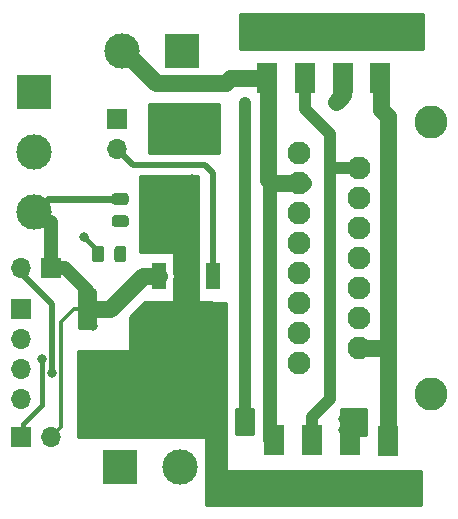
<source format=gbr>
G04 #@! TF.GenerationSoftware,KiCad,Pcbnew,5.1.5-52549c5~86~ubuntu16.04.1*
G04 #@! TF.CreationDate,2020-07-28T14:01:40+05:30*
G04 #@! TF.ProjectId,L298N_Motor_Driver_V1.0,4c323938-4e5f-44d6-9f74-6f725f447269,V1.0*
G04 #@! TF.SameCoordinates,Original*
G04 #@! TF.FileFunction,Copper,L1,Top*
G04 #@! TF.FilePolarity,Positive*
%FSLAX46Y46*%
G04 Gerber Fmt 4.6, Leading zero omitted, Abs format (unit mm)*
G04 Created by KiCad (PCBNEW 5.1.5-52549c5~86~ubuntu16.04.1) date 2020-07-28 14:01:40*
%MOMM*%
%LPD*%
G04 APERTURE LIST*
%ADD10C,1.950000*%
%ADD11C,2.800000*%
%ADD12R,1.700000X2.500000*%
%ADD13C,3.000000*%
%ADD14R,3.000000X3.000000*%
%ADD15R,5.800000X6.400000*%
%ADD16R,1.200000X2.200000*%
%ADD17C,0.100000*%
%ADD18O,1.700000X1.700000*%
%ADD19R,1.700000X1.700000*%
%ADD20C,0.800000*%
%ADD21C,1.000000*%
%ADD22C,0.400000*%
%ADD23C,1.200000*%
%ADD24C,1.400000*%
%ADD25C,0.500000*%
%ADD26C,0.300000*%
%ADD27C,0.600000*%
%ADD28C,0.900000*%
%ADD29C,0.254000*%
G04 APERTURE END LIST*
D10*
X145084800Y-101168200D03*
X150164800Y-99898200D03*
X145084800Y-98628200D03*
X150164800Y-97358200D03*
X145084800Y-96088200D03*
X150164800Y-94818200D03*
X145084800Y-93548200D03*
X150164800Y-92278200D03*
X145084800Y-91008200D03*
X150164800Y-89738200D03*
X145084800Y-88468200D03*
X150164800Y-87198200D03*
X145084800Y-85928200D03*
X150164800Y-84658200D03*
X145084800Y-83388200D03*
D11*
X156231600Y-80803600D03*
X156231600Y-103803600D03*
D12*
X148767800Y-73082400D03*
X148767800Y-77082400D03*
D13*
X130124200Y-74777600D03*
D14*
X135204200Y-74777600D03*
D12*
X149377400Y-107753400D03*
X149377400Y-111753400D03*
X142976600Y-107753400D03*
X142976600Y-111753400D03*
X146202400Y-107753400D03*
X146202400Y-111753400D03*
X151968200Y-73082400D03*
X151968200Y-77082400D03*
X142367000Y-73082400D03*
X142367000Y-77082400D03*
X145567400Y-73101200D03*
X145567400Y-77101200D03*
X152577800Y-107778800D03*
X152577800Y-111778800D03*
D15*
X135483600Y-100118600D03*
D16*
X133203600Y-93818600D03*
X137763600Y-93818600D03*
G04 #@! TA.AperFunction,SMDPad,CuDef*
D17*
G36*
X130426542Y-88693074D02*
G01*
X130450203Y-88696584D01*
X130473407Y-88702396D01*
X130495929Y-88710454D01*
X130517553Y-88720682D01*
X130538070Y-88732979D01*
X130557283Y-88747229D01*
X130575007Y-88763293D01*
X130591071Y-88781017D01*
X130605321Y-88800230D01*
X130617618Y-88820747D01*
X130627846Y-88842371D01*
X130635904Y-88864893D01*
X130641716Y-88888097D01*
X130645226Y-88911758D01*
X130646400Y-88935650D01*
X130646400Y-89423150D01*
X130645226Y-89447042D01*
X130641716Y-89470703D01*
X130635904Y-89493907D01*
X130627846Y-89516429D01*
X130617618Y-89538053D01*
X130605321Y-89558570D01*
X130591071Y-89577783D01*
X130575007Y-89595507D01*
X130557283Y-89611571D01*
X130538070Y-89625821D01*
X130517553Y-89638118D01*
X130495929Y-89648346D01*
X130473407Y-89656404D01*
X130450203Y-89662216D01*
X130426542Y-89665726D01*
X130402650Y-89666900D01*
X129490150Y-89666900D01*
X129466258Y-89665726D01*
X129442597Y-89662216D01*
X129419393Y-89656404D01*
X129396871Y-89648346D01*
X129375247Y-89638118D01*
X129354730Y-89625821D01*
X129335517Y-89611571D01*
X129317793Y-89595507D01*
X129301729Y-89577783D01*
X129287479Y-89558570D01*
X129275182Y-89538053D01*
X129264954Y-89516429D01*
X129256896Y-89493907D01*
X129251084Y-89470703D01*
X129247574Y-89447042D01*
X129246400Y-89423150D01*
X129246400Y-88935650D01*
X129247574Y-88911758D01*
X129251084Y-88888097D01*
X129256896Y-88864893D01*
X129264954Y-88842371D01*
X129275182Y-88820747D01*
X129287479Y-88800230D01*
X129301729Y-88781017D01*
X129317793Y-88763293D01*
X129335517Y-88747229D01*
X129354730Y-88732979D01*
X129375247Y-88720682D01*
X129396871Y-88710454D01*
X129419393Y-88702396D01*
X129442597Y-88696584D01*
X129466258Y-88693074D01*
X129490150Y-88691900D01*
X130402650Y-88691900D01*
X130426542Y-88693074D01*
G37*
G04 #@! TD.AperFunction*
G04 #@! TA.AperFunction,SMDPad,CuDef*
G36*
X130426542Y-86818074D02*
G01*
X130450203Y-86821584D01*
X130473407Y-86827396D01*
X130495929Y-86835454D01*
X130517553Y-86845682D01*
X130538070Y-86857979D01*
X130557283Y-86872229D01*
X130575007Y-86888293D01*
X130591071Y-86906017D01*
X130605321Y-86925230D01*
X130617618Y-86945747D01*
X130627846Y-86967371D01*
X130635904Y-86989893D01*
X130641716Y-87013097D01*
X130645226Y-87036758D01*
X130646400Y-87060650D01*
X130646400Y-87548150D01*
X130645226Y-87572042D01*
X130641716Y-87595703D01*
X130635904Y-87618907D01*
X130627846Y-87641429D01*
X130617618Y-87663053D01*
X130605321Y-87683570D01*
X130591071Y-87702783D01*
X130575007Y-87720507D01*
X130557283Y-87736571D01*
X130538070Y-87750821D01*
X130517553Y-87763118D01*
X130495929Y-87773346D01*
X130473407Y-87781404D01*
X130450203Y-87787216D01*
X130426542Y-87790726D01*
X130402650Y-87791900D01*
X129490150Y-87791900D01*
X129466258Y-87790726D01*
X129442597Y-87787216D01*
X129419393Y-87781404D01*
X129396871Y-87773346D01*
X129375247Y-87763118D01*
X129354730Y-87750821D01*
X129335517Y-87736571D01*
X129317793Y-87720507D01*
X129301729Y-87702783D01*
X129287479Y-87683570D01*
X129275182Y-87663053D01*
X129264954Y-87641429D01*
X129256896Y-87618907D01*
X129251084Y-87595703D01*
X129247574Y-87572042D01*
X129246400Y-87548150D01*
X129246400Y-87060650D01*
X129247574Y-87036758D01*
X129251084Y-87013097D01*
X129256896Y-86989893D01*
X129264954Y-86967371D01*
X129275182Y-86945747D01*
X129287479Y-86925230D01*
X129301729Y-86906017D01*
X129317793Y-86888293D01*
X129335517Y-86872229D01*
X129354730Y-86857979D01*
X129375247Y-86845682D01*
X129396871Y-86835454D01*
X129419393Y-86827396D01*
X129442597Y-86821584D01*
X129466258Y-86818074D01*
X129490150Y-86816900D01*
X130402650Y-86816900D01*
X130426542Y-86818074D01*
G37*
G04 #@! TD.AperFunction*
D18*
X129692400Y-83083400D03*
D19*
X129692400Y-80543400D03*
D13*
X122656600Y-88442800D03*
X122656600Y-83362800D03*
D14*
X122656600Y-78282800D03*
D18*
X124104400Y-107492800D03*
D19*
X121564400Y-107492800D03*
D13*
X135026400Y-109982000D03*
D14*
X129946400Y-109982000D03*
D18*
X121564400Y-93192600D03*
D19*
X124104400Y-93192600D03*
D18*
X121539000Y-104216200D03*
X121539000Y-101676200D03*
X121539000Y-99136200D03*
D19*
X121539000Y-96596200D03*
G04 #@! TA.AperFunction,SMDPad,CuDef*
D17*
G36*
X130214042Y-91274574D02*
G01*
X130237703Y-91278084D01*
X130260907Y-91283896D01*
X130283429Y-91291954D01*
X130305053Y-91302182D01*
X130325570Y-91314479D01*
X130344783Y-91328729D01*
X130362507Y-91344793D01*
X130378571Y-91362517D01*
X130392821Y-91381730D01*
X130405118Y-91402247D01*
X130415346Y-91423871D01*
X130423404Y-91446393D01*
X130429216Y-91469597D01*
X130432726Y-91493258D01*
X130433900Y-91517150D01*
X130433900Y-92429650D01*
X130432726Y-92453542D01*
X130429216Y-92477203D01*
X130423404Y-92500407D01*
X130415346Y-92522929D01*
X130405118Y-92544553D01*
X130392821Y-92565070D01*
X130378571Y-92584283D01*
X130362507Y-92602007D01*
X130344783Y-92618071D01*
X130325570Y-92632321D01*
X130305053Y-92644618D01*
X130283429Y-92654846D01*
X130260907Y-92662904D01*
X130237703Y-92668716D01*
X130214042Y-92672226D01*
X130190150Y-92673400D01*
X129702650Y-92673400D01*
X129678758Y-92672226D01*
X129655097Y-92668716D01*
X129631893Y-92662904D01*
X129609371Y-92654846D01*
X129587747Y-92644618D01*
X129567230Y-92632321D01*
X129548017Y-92618071D01*
X129530293Y-92602007D01*
X129514229Y-92584283D01*
X129499979Y-92565070D01*
X129487682Y-92544553D01*
X129477454Y-92522929D01*
X129469396Y-92500407D01*
X129463584Y-92477203D01*
X129460074Y-92453542D01*
X129458900Y-92429650D01*
X129458900Y-91517150D01*
X129460074Y-91493258D01*
X129463584Y-91469597D01*
X129469396Y-91446393D01*
X129477454Y-91423871D01*
X129487682Y-91402247D01*
X129499979Y-91381730D01*
X129514229Y-91362517D01*
X129530293Y-91344793D01*
X129548017Y-91328729D01*
X129567230Y-91314479D01*
X129587747Y-91302182D01*
X129609371Y-91291954D01*
X129631893Y-91283896D01*
X129655097Y-91278084D01*
X129678758Y-91274574D01*
X129702650Y-91273400D01*
X130190150Y-91273400D01*
X130214042Y-91274574D01*
G37*
G04 #@! TD.AperFunction*
G04 #@! TA.AperFunction,SMDPad,CuDef*
G36*
X128339042Y-91274574D02*
G01*
X128362703Y-91278084D01*
X128385907Y-91283896D01*
X128408429Y-91291954D01*
X128430053Y-91302182D01*
X128450570Y-91314479D01*
X128469783Y-91328729D01*
X128487507Y-91344793D01*
X128503571Y-91362517D01*
X128517821Y-91381730D01*
X128530118Y-91402247D01*
X128540346Y-91423871D01*
X128548404Y-91446393D01*
X128554216Y-91469597D01*
X128557726Y-91493258D01*
X128558900Y-91517150D01*
X128558900Y-92429650D01*
X128557726Y-92453542D01*
X128554216Y-92477203D01*
X128548404Y-92500407D01*
X128540346Y-92522929D01*
X128530118Y-92544553D01*
X128517821Y-92565070D01*
X128503571Y-92584283D01*
X128487507Y-92602007D01*
X128469783Y-92618071D01*
X128450570Y-92632321D01*
X128430053Y-92644618D01*
X128408429Y-92654846D01*
X128385907Y-92662904D01*
X128362703Y-92668716D01*
X128339042Y-92672226D01*
X128315150Y-92673400D01*
X127827650Y-92673400D01*
X127803758Y-92672226D01*
X127780097Y-92668716D01*
X127756893Y-92662904D01*
X127734371Y-92654846D01*
X127712747Y-92644618D01*
X127692230Y-92632321D01*
X127673017Y-92618071D01*
X127655293Y-92602007D01*
X127639229Y-92584283D01*
X127624979Y-92565070D01*
X127612682Y-92544553D01*
X127602454Y-92522929D01*
X127594396Y-92500407D01*
X127588584Y-92477203D01*
X127585074Y-92453542D01*
X127583900Y-92429650D01*
X127583900Y-91517150D01*
X127585074Y-91493258D01*
X127588584Y-91469597D01*
X127594396Y-91446393D01*
X127602454Y-91423871D01*
X127612682Y-91402247D01*
X127624979Y-91381730D01*
X127639229Y-91362517D01*
X127655293Y-91344793D01*
X127673017Y-91328729D01*
X127692230Y-91314479D01*
X127712747Y-91302182D01*
X127734371Y-91291954D01*
X127756893Y-91283896D01*
X127780097Y-91278084D01*
X127803758Y-91274574D01*
X127827650Y-91273400D01*
X128315150Y-91273400D01*
X128339042Y-91274574D01*
G37*
G04 #@! TD.AperFunction*
G04 #@! TA.AperFunction,SMDPad,CuDef*
G36*
X127726904Y-100290604D02*
G01*
X127751173Y-100294204D01*
X127774971Y-100300165D01*
X127798071Y-100308430D01*
X127820249Y-100318920D01*
X127841293Y-100331533D01*
X127860998Y-100346147D01*
X127879177Y-100362623D01*
X127895653Y-100380802D01*
X127910267Y-100400507D01*
X127922880Y-100421551D01*
X127933370Y-100443729D01*
X127941635Y-100466829D01*
X127947596Y-100490627D01*
X127951196Y-100514896D01*
X127952400Y-100539400D01*
X127952400Y-103539400D01*
X127951196Y-103563904D01*
X127947596Y-103588173D01*
X127941635Y-103611971D01*
X127933370Y-103635071D01*
X127922880Y-103657249D01*
X127910267Y-103678293D01*
X127895653Y-103697998D01*
X127879177Y-103716177D01*
X127860998Y-103732653D01*
X127841293Y-103747267D01*
X127820249Y-103759880D01*
X127798071Y-103770370D01*
X127774971Y-103778635D01*
X127751173Y-103784596D01*
X127726904Y-103788196D01*
X127702400Y-103789400D01*
X126602400Y-103789400D01*
X126577896Y-103788196D01*
X126553627Y-103784596D01*
X126529829Y-103778635D01*
X126506729Y-103770370D01*
X126484551Y-103759880D01*
X126463507Y-103747267D01*
X126443802Y-103732653D01*
X126425623Y-103716177D01*
X126409147Y-103697998D01*
X126394533Y-103678293D01*
X126381920Y-103657249D01*
X126371430Y-103635071D01*
X126363165Y-103611971D01*
X126357204Y-103588173D01*
X126353604Y-103563904D01*
X126352400Y-103539400D01*
X126352400Y-100539400D01*
X126353604Y-100514896D01*
X126357204Y-100490627D01*
X126363165Y-100466829D01*
X126371430Y-100443729D01*
X126381920Y-100421551D01*
X126394533Y-100400507D01*
X126409147Y-100380802D01*
X126425623Y-100362623D01*
X126443802Y-100346147D01*
X126463507Y-100331533D01*
X126484551Y-100318920D01*
X126506729Y-100308430D01*
X126529829Y-100300165D01*
X126553627Y-100294204D01*
X126577896Y-100290604D01*
X126602400Y-100289400D01*
X127702400Y-100289400D01*
X127726904Y-100290604D01*
G37*
G04 #@! TD.AperFunction*
G04 #@! TA.AperFunction,SMDPad,CuDef*
G36*
X127726904Y-94890604D02*
G01*
X127751173Y-94894204D01*
X127774971Y-94900165D01*
X127798071Y-94908430D01*
X127820249Y-94918920D01*
X127841293Y-94931533D01*
X127860998Y-94946147D01*
X127879177Y-94962623D01*
X127895653Y-94980802D01*
X127910267Y-95000507D01*
X127922880Y-95021551D01*
X127933370Y-95043729D01*
X127941635Y-95066829D01*
X127947596Y-95090627D01*
X127951196Y-95114896D01*
X127952400Y-95139400D01*
X127952400Y-98139400D01*
X127951196Y-98163904D01*
X127947596Y-98188173D01*
X127941635Y-98211971D01*
X127933370Y-98235071D01*
X127922880Y-98257249D01*
X127910267Y-98278293D01*
X127895653Y-98297998D01*
X127879177Y-98316177D01*
X127860998Y-98332653D01*
X127841293Y-98347267D01*
X127820249Y-98359880D01*
X127798071Y-98370370D01*
X127774971Y-98378635D01*
X127751173Y-98384596D01*
X127726904Y-98388196D01*
X127702400Y-98389400D01*
X126602400Y-98389400D01*
X126577896Y-98388196D01*
X126553627Y-98384596D01*
X126529829Y-98378635D01*
X126506729Y-98370370D01*
X126484551Y-98359880D01*
X126463507Y-98347267D01*
X126443802Y-98332653D01*
X126425623Y-98316177D01*
X126409147Y-98297998D01*
X126394533Y-98278293D01*
X126381920Y-98257249D01*
X126371430Y-98235071D01*
X126363165Y-98211971D01*
X126357204Y-98188173D01*
X126353604Y-98163904D01*
X126352400Y-98139400D01*
X126352400Y-95139400D01*
X126353604Y-95114896D01*
X126357204Y-95090627D01*
X126363165Y-95066829D01*
X126371430Y-95043729D01*
X126381920Y-95021551D01*
X126394533Y-95000507D01*
X126409147Y-94980802D01*
X126425623Y-94962623D01*
X126443802Y-94946147D01*
X126463507Y-94931533D01*
X126484551Y-94918920D01*
X126506729Y-94908430D01*
X126529829Y-94900165D01*
X126553627Y-94894204D01*
X126577896Y-94890604D01*
X126602400Y-94889400D01*
X127702400Y-94889400D01*
X127726904Y-94890604D01*
G37*
G04 #@! TD.AperFunction*
G04 #@! TA.AperFunction,SMDPad,CuDef*
G36*
X136185104Y-85355404D02*
G01*
X136209373Y-85359004D01*
X136233171Y-85364965D01*
X136256271Y-85373230D01*
X136278449Y-85383720D01*
X136299493Y-85396333D01*
X136319198Y-85410947D01*
X136337377Y-85427423D01*
X136353853Y-85445602D01*
X136368467Y-85465307D01*
X136381080Y-85486351D01*
X136391570Y-85508529D01*
X136399835Y-85531629D01*
X136405796Y-85555427D01*
X136409396Y-85579696D01*
X136410600Y-85604200D01*
X136410600Y-88604200D01*
X136409396Y-88628704D01*
X136405796Y-88652973D01*
X136399835Y-88676771D01*
X136391570Y-88699871D01*
X136381080Y-88722049D01*
X136368467Y-88743093D01*
X136353853Y-88762798D01*
X136337377Y-88780977D01*
X136319198Y-88797453D01*
X136299493Y-88812067D01*
X136278449Y-88824680D01*
X136256271Y-88835170D01*
X136233171Y-88843435D01*
X136209373Y-88849396D01*
X136185104Y-88852996D01*
X136160600Y-88854200D01*
X135060600Y-88854200D01*
X135036096Y-88852996D01*
X135011827Y-88849396D01*
X134988029Y-88843435D01*
X134964929Y-88835170D01*
X134942751Y-88824680D01*
X134921707Y-88812067D01*
X134902002Y-88797453D01*
X134883823Y-88780977D01*
X134867347Y-88762798D01*
X134852733Y-88743093D01*
X134840120Y-88722049D01*
X134829630Y-88699871D01*
X134821365Y-88676771D01*
X134815404Y-88652973D01*
X134811804Y-88628704D01*
X134810600Y-88604200D01*
X134810600Y-85604200D01*
X134811804Y-85579696D01*
X134815404Y-85555427D01*
X134821365Y-85531629D01*
X134829630Y-85508529D01*
X134840120Y-85486351D01*
X134852733Y-85465307D01*
X134867347Y-85445602D01*
X134883823Y-85427423D01*
X134902002Y-85410947D01*
X134921707Y-85396333D01*
X134942751Y-85383720D01*
X134964929Y-85373230D01*
X134988029Y-85364965D01*
X135011827Y-85359004D01*
X135036096Y-85355404D01*
X135060600Y-85354200D01*
X136160600Y-85354200D01*
X136185104Y-85355404D01*
G37*
G04 #@! TD.AperFunction*
G04 #@! TA.AperFunction,SMDPad,CuDef*
G36*
X136185104Y-79955404D02*
G01*
X136209373Y-79959004D01*
X136233171Y-79964965D01*
X136256271Y-79973230D01*
X136278449Y-79983720D01*
X136299493Y-79996333D01*
X136319198Y-80010947D01*
X136337377Y-80027423D01*
X136353853Y-80045602D01*
X136368467Y-80065307D01*
X136381080Y-80086351D01*
X136391570Y-80108529D01*
X136399835Y-80131629D01*
X136405796Y-80155427D01*
X136409396Y-80179696D01*
X136410600Y-80204200D01*
X136410600Y-83204200D01*
X136409396Y-83228704D01*
X136405796Y-83252973D01*
X136399835Y-83276771D01*
X136391570Y-83299871D01*
X136381080Y-83322049D01*
X136368467Y-83343093D01*
X136353853Y-83362798D01*
X136337377Y-83380977D01*
X136319198Y-83397453D01*
X136299493Y-83412067D01*
X136278449Y-83424680D01*
X136256271Y-83435170D01*
X136233171Y-83443435D01*
X136209373Y-83449396D01*
X136185104Y-83452996D01*
X136160600Y-83454200D01*
X135060600Y-83454200D01*
X135036096Y-83452996D01*
X135011827Y-83449396D01*
X134988029Y-83443435D01*
X134964929Y-83435170D01*
X134942751Y-83424680D01*
X134921707Y-83412067D01*
X134902002Y-83397453D01*
X134883823Y-83380977D01*
X134867347Y-83362798D01*
X134852733Y-83343093D01*
X134840120Y-83322049D01*
X134829630Y-83299871D01*
X134821365Y-83276771D01*
X134815404Y-83252973D01*
X134811804Y-83228704D01*
X134810600Y-83204200D01*
X134810600Y-80204200D01*
X134811804Y-80179696D01*
X134815404Y-80155427D01*
X134821365Y-80131629D01*
X134829630Y-80108529D01*
X134840120Y-80086351D01*
X134852733Y-80065307D01*
X134867347Y-80045602D01*
X134883823Y-80027423D01*
X134902002Y-80010947D01*
X134921707Y-79996333D01*
X134942751Y-79983720D01*
X134964929Y-79973230D01*
X134988029Y-79964965D01*
X135011827Y-79959004D01*
X135036096Y-79955404D01*
X135060600Y-79954200D01*
X136160600Y-79954200D01*
X136185104Y-79955404D01*
G37*
G04 #@! TD.AperFunction*
D20*
X126898400Y-101193600D03*
X138125200Y-100304600D03*
X136652000Y-100330000D03*
X135026400Y-100330000D03*
X133654800Y-100304600D03*
X138150600Y-98958400D03*
X136601200Y-98907600D03*
X135051800Y-98933000D03*
X133654800Y-98933000D03*
X135991600Y-86537800D03*
X135153400Y-86588600D03*
X136042400Y-85648800D03*
X135153400Y-85674200D03*
X152120600Y-112826800D03*
X153289000Y-112801400D03*
X153339800Y-110744000D03*
X151866600Y-110667800D03*
X148691600Y-112776000D03*
X150190200Y-112826800D03*
X149987000Y-110744000D03*
X148742400Y-110820200D03*
X145719800Y-112826800D03*
X146710400Y-112725200D03*
X146862800Y-110794800D03*
X145745200Y-110769400D03*
X143154400Y-110820200D03*
X142062200Y-110896400D03*
X143230600Y-112725200D03*
X142062200Y-112623600D03*
X126847600Y-90500200D03*
X128219200Y-101193600D03*
X129667000Y-101193600D03*
X131445000Y-101117400D03*
X132461000Y-99847400D03*
X132029200Y-85826600D03*
X133375400Y-85852000D03*
X132029200Y-87147400D03*
X133375400Y-87147400D03*
X124180600Y-102082600D03*
X126873000Y-98018600D03*
X127228600Y-96494600D03*
X126847600Y-97155000D03*
X127660400Y-98044000D03*
X127635000Y-97155000D03*
X152476200Y-108635800D03*
X152434800Y-107635800D03*
X152425400Y-106705400D03*
X149809200Y-106857800D03*
X148844000Y-106883200D03*
X140538198Y-79171800D03*
X148209000Y-79121000D03*
X140538200Y-105689400D03*
X140538200Y-98628200D03*
X148844000Y-105943400D03*
X149783800Y-105968800D03*
X140563600Y-106756200D03*
X123329370Y-100876190D03*
X136144000Y-82880200D03*
X135204200Y-82880200D03*
X136144000Y-82067400D03*
X135229600Y-82067400D03*
X136118600Y-81229200D03*
X136118600Y-80365600D03*
X135204200Y-81178400D03*
X151434800Y-74091800D03*
X152857200Y-73964800D03*
X152730200Y-72161400D03*
X151460200Y-72136000D03*
X149428200Y-73990200D03*
X148234400Y-73939400D03*
X149402800Y-72110600D03*
X148234400Y-72161400D03*
X144983200Y-73990200D03*
X146151600Y-73939400D03*
X146151600Y-72136000D03*
X144983200Y-72136000D03*
X141681200Y-74041000D03*
X142925800Y-73990200D03*
X142951200Y-72059800D03*
X141630400Y-72085200D03*
X135255000Y-80340200D03*
D21*
X142646400Y-111753400D02*
X146202400Y-111753400D01*
D22*
X128071400Y-91724000D02*
X126847600Y-90500200D01*
X128071400Y-91973400D02*
X128071400Y-91724000D01*
D21*
X142653410Y-77775210D02*
X142011400Y-77133200D01*
D23*
X142653410Y-107746390D02*
X142653410Y-85870390D01*
D21*
X142646400Y-107753400D02*
X142653410Y-107746390D01*
D24*
X142443010Y-85674010D02*
X142700400Y-85931400D01*
X142443010Y-77158410D02*
X142443010Y-85674010D01*
X142367000Y-77082400D02*
X142443010Y-77158410D01*
X138861610Y-77470190D02*
X139249400Y-77082400D01*
X142700400Y-85931400D02*
X145440400Y-85931400D01*
X132969190Y-77470190D02*
X138861610Y-77470190D01*
X139249400Y-77082400D02*
X142367000Y-77082400D01*
X130200400Y-74701400D02*
X132969190Y-77470190D01*
D21*
X145567400Y-77101200D02*
X145567400Y-79708400D01*
X145567400Y-79708400D02*
X147686700Y-81827700D01*
X146202400Y-105765600D02*
X146202400Y-107753400D01*
X147686700Y-104281300D02*
X146202400Y-105765600D01*
X147686700Y-84672500D02*
X147697800Y-84661400D01*
X147697800Y-84661400D02*
X150520400Y-84661400D01*
X147686700Y-81827700D02*
X147686700Y-84672500D01*
X147686700Y-84672500D02*
X147686700Y-104281300D01*
D25*
X124180600Y-96189800D02*
X124180600Y-101516915D01*
X121107200Y-93116400D02*
X124180600Y-96189800D01*
X124180600Y-101516915D02*
X124180600Y-102082600D01*
D24*
X131860400Y-93818600D02*
X133203600Y-93818600D01*
X129039600Y-96639400D02*
X131860400Y-93818600D01*
X127152400Y-96639400D02*
X127160000Y-96639400D01*
X127160000Y-96639400D02*
X128303000Y-96639400D01*
X128303000Y-96639400D02*
X129039600Y-96639400D01*
D26*
X126017000Y-96639400D02*
X127160000Y-96639400D01*
X124954399Y-97702001D02*
X126017000Y-96639400D01*
X124954399Y-106642801D02*
X124954399Y-97702001D01*
X124104400Y-107492800D02*
X124954399Y-106642801D01*
D23*
X124104400Y-93192600D02*
X124104400Y-89255600D01*
X127152400Y-95046800D02*
X127152400Y-96639400D01*
X125298200Y-93192600D02*
X127152400Y-95046800D01*
X124104400Y-93192600D02*
X125298200Y-93192600D01*
D27*
X123795000Y-87304400D02*
X122656600Y-88442800D01*
X129946400Y-87304400D02*
X123795000Y-87304400D01*
D23*
X123621800Y-89255600D02*
X122859800Y-88493600D01*
X124104400Y-89255600D02*
X123621800Y-89255600D01*
D28*
X152425400Y-107626400D02*
X152434800Y-107635800D01*
X152434800Y-107635800D02*
X152577800Y-107778800D01*
X152425400Y-106705400D02*
X152425400Y-107626400D01*
D24*
X152577800Y-101958800D02*
X152577800Y-107778800D01*
X152044400Y-79757800D02*
X152044400Y-77107800D01*
X152577800Y-80291200D02*
X152044400Y-79757800D01*
X152577800Y-101958800D02*
X152577800Y-80291200D01*
X152577800Y-100330000D02*
X152577800Y-101958800D01*
X152149200Y-99901400D02*
X152577800Y-100330000D01*
X150520400Y-99901400D02*
X152149200Y-99901400D01*
X148793200Y-77107800D02*
X148793200Y-78536800D01*
X148793200Y-78536800D02*
X148209000Y-79121000D01*
D21*
X140538198Y-105689398D02*
X140538200Y-105689400D01*
X140538198Y-98628202D02*
X140538200Y-98628200D01*
X140538198Y-79171800D02*
X140538198Y-98628202D01*
X140538200Y-98628200D02*
X140538198Y-105689398D01*
D22*
X123329370Y-104788030D02*
X123329370Y-101441875D01*
X121742200Y-107315000D02*
X121742200Y-106375200D01*
X123329370Y-101441875D02*
X123329370Y-100876190D01*
X121742200Y-106375200D02*
X123329370Y-104788030D01*
X121564400Y-107492800D02*
X121742200Y-107315000D01*
D25*
X142043400Y-73101200D02*
X142011400Y-73133200D01*
X137763600Y-92218600D02*
X137763600Y-93818600D01*
X137763600Y-85109400D02*
X137763600Y-92218600D01*
X137109200Y-84455000D02*
X137763600Y-85109400D01*
X131064000Y-84455000D02*
X137109200Y-84455000D01*
X129692400Y-83083400D02*
X131064000Y-84455000D01*
D29*
G36*
X136550400Y-92552542D02*
G01*
X136537788Y-92594118D01*
X136525528Y-92718600D01*
X136525528Y-94918600D01*
X136537788Y-95043082D01*
X136550400Y-95084658D01*
X136550400Y-95875356D01*
X136552840Y-95900132D01*
X136560067Y-95923957D01*
X136571803Y-95945913D01*
X136587597Y-95965159D01*
X136606843Y-95980953D01*
X136628799Y-95992689D01*
X136652624Y-95999916D01*
X136670144Y-96002149D01*
X138938000Y-96131940D01*
X138938000Y-110230378D01*
X138940440Y-110255154D01*
X138947667Y-110278979D01*
X138959403Y-110300935D01*
X138975197Y-110320181D01*
X138994443Y-110335975D01*
X139016399Y-110347711D01*
X139040224Y-110354938D01*
X139064957Y-110357378D01*
X155422600Y-110362957D01*
X155422600Y-113231400D01*
X137205947Y-113231400D01*
X137216388Y-107607225D01*
X137213994Y-107582444D01*
X137206811Y-107558606D01*
X137195115Y-107536628D01*
X137179357Y-107517353D01*
X137160141Y-107501524D01*
X137138207Y-107489747D01*
X137114396Y-107482475D01*
X137089238Y-107479989D01*
X126365554Y-107492649D01*
X126397366Y-100177600D01*
X130624684Y-100177600D01*
X130649460Y-100175160D01*
X130673285Y-100167933D01*
X130695241Y-100156197D01*
X130714487Y-100140403D01*
X130730281Y-100121157D01*
X130742017Y-100099201D01*
X130749244Y-100075376D01*
X130751668Y-100052612D01*
X130795693Y-97273627D01*
X132068363Y-96049906D01*
X134391297Y-96051792D01*
X134416075Y-96049372D01*
X134439905Y-96042164D01*
X134461872Y-96030446D01*
X134481130Y-96014667D01*
X134496939Y-95995435D01*
X134508693Y-95973488D01*
X134515940Y-95949670D01*
X134518400Y-95924792D01*
X134518400Y-94083217D01*
X134519283Y-94080306D01*
X134545059Y-93818600D01*
X134519283Y-93556894D01*
X134518400Y-93553983D01*
X134518400Y-85340000D01*
X136550400Y-85340000D01*
X136550400Y-92552542D01*
G37*
X136550400Y-92552542D02*
X136537788Y-92594118D01*
X136525528Y-92718600D01*
X136525528Y-94918600D01*
X136537788Y-95043082D01*
X136550400Y-95084658D01*
X136550400Y-95875356D01*
X136552840Y-95900132D01*
X136560067Y-95923957D01*
X136571803Y-95945913D01*
X136587597Y-95965159D01*
X136606843Y-95980953D01*
X136628799Y-95992689D01*
X136652624Y-95999916D01*
X136670144Y-96002149D01*
X138938000Y-96131940D01*
X138938000Y-110230378D01*
X138940440Y-110255154D01*
X138947667Y-110278979D01*
X138959403Y-110300935D01*
X138975197Y-110320181D01*
X138994443Y-110335975D01*
X139016399Y-110347711D01*
X139040224Y-110354938D01*
X139064957Y-110357378D01*
X155422600Y-110362957D01*
X155422600Y-113231400D01*
X137205947Y-113231400D01*
X137216388Y-107607225D01*
X137213994Y-107582444D01*
X137206811Y-107558606D01*
X137195115Y-107536628D01*
X137179357Y-107517353D01*
X137160141Y-107501524D01*
X137138207Y-107489747D01*
X137114396Y-107482475D01*
X137089238Y-107479989D01*
X126365554Y-107492649D01*
X126397366Y-100177600D01*
X130624684Y-100177600D01*
X130649460Y-100175160D01*
X130673285Y-100167933D01*
X130695241Y-100156197D01*
X130714487Y-100140403D01*
X130730281Y-100121157D01*
X130742017Y-100099201D01*
X130749244Y-100075376D01*
X130751668Y-100052612D01*
X130795693Y-97273627D01*
X132068363Y-96049906D01*
X134391297Y-96051792D01*
X134416075Y-96049372D01*
X134439905Y-96042164D01*
X134461872Y-96030446D01*
X134481130Y-96014667D01*
X134496939Y-95995435D01*
X134508693Y-95973488D01*
X134515940Y-95949670D01*
X134518400Y-95924792D01*
X134518400Y-94083217D01*
X134519283Y-94080306D01*
X134545059Y-93818600D01*
X134519283Y-93556894D01*
X134518400Y-93553983D01*
X134518400Y-85340000D01*
X136550400Y-85340000D01*
X136550400Y-92552542D01*
G36*
X155600400Y-74574400D02*
G01*
X140081000Y-74574400D01*
X140081000Y-71653400D01*
X155600400Y-71653400D01*
X155600400Y-74574400D01*
G37*
X155600400Y-74574400D02*
X140081000Y-74574400D01*
X140081000Y-71653400D01*
X155600400Y-71653400D01*
X155600400Y-74574400D01*
G36*
X150774400Y-107264200D02*
G01*
X148640800Y-107264200D01*
X148640800Y-105079800D01*
X150774400Y-105079800D01*
X150774400Y-107264200D01*
G37*
X150774400Y-107264200D02*
X148640800Y-107264200D01*
X148640800Y-105079800D01*
X150774400Y-105079800D01*
X150774400Y-107264200D01*
G36*
X134797800Y-91795600D02*
G01*
X131622800Y-91795600D01*
X131622800Y-85344000D01*
X134797800Y-85344000D01*
X134797800Y-91795600D01*
G37*
X134797800Y-91795600D02*
X131622800Y-91795600D01*
X131622800Y-85344000D01*
X134797800Y-85344000D01*
X134797800Y-91795600D01*
G36*
X141224000Y-107238800D02*
G01*
X139750800Y-107238800D01*
X139750800Y-105054400D01*
X141224000Y-105054400D01*
X141224000Y-107238800D01*
G37*
X141224000Y-107238800D02*
X139750800Y-107238800D01*
X139750800Y-105054400D01*
X141224000Y-105054400D01*
X141224000Y-107238800D01*
G36*
X138341100Y-83388200D02*
G01*
X132372100Y-83388200D01*
X132372100Y-79273400D01*
X138341100Y-79273400D01*
X138341100Y-83388200D01*
G37*
X138341100Y-83388200D02*
X132372100Y-83388200D01*
X132372100Y-79273400D01*
X138341100Y-79273400D01*
X138341100Y-83388200D01*
M02*

</source>
